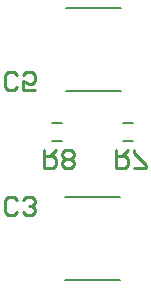
<source format=gbo>
G04*
G04 #@! TF.GenerationSoftware,Altium Limited,Altium Designer,18.1.9 (240)*
G04*
G04 Layer_Color=32896*
%FSLAX25Y25*%
%MOIN*%
G70*
G01*
G75*
%ADD10C,0.01000*%
%ADD12C,0.00787*%
D10*
X66732Y158425D02*
Y152427D01*
X69731D01*
X70731Y153427D01*
Y155426D01*
X69731Y156426D01*
X66732D01*
X68732D02*
X70731Y158425D01*
X72730Y153427D02*
X73730Y152427D01*
X75729D01*
X76729Y153427D01*
Y154427D01*
X75729Y155426D01*
X76729Y156426D01*
Y157425D01*
X75729Y158425D01*
X73730D01*
X72730Y157425D01*
Y156426D01*
X73730Y155426D01*
X72730Y154427D01*
Y153427D01*
X73730Y155426D02*
X75729D01*
X90748Y158425D02*
Y152427D01*
X93747D01*
X94747Y153427D01*
Y155426D01*
X93747Y156426D01*
X90748D01*
X92747D02*
X94747Y158425D01*
X96746Y152427D02*
X100745D01*
Y153427D01*
X96746Y157425D01*
Y158425D01*
X57739Y179411D02*
X56739Y178411D01*
X54740D01*
X53740Y179411D01*
Y183410D01*
X54740Y184409D01*
X56739D01*
X57739Y183410D01*
X63737Y178411D02*
X59738D01*
Y181410D01*
X61738Y180411D01*
X62737D01*
X63737Y181410D01*
Y183410D01*
X62737Y184409D01*
X60738D01*
X59738Y183410D01*
X57739Y137679D02*
X56739Y136679D01*
X54740D01*
X53740Y137679D01*
Y141677D01*
X54740Y142677D01*
X56739D01*
X57739Y141677D01*
X59738Y137679D02*
X60738Y136679D01*
X62737D01*
X63737Y137679D01*
Y138679D01*
X62737Y139678D01*
X61738D01*
X62737D01*
X63737Y140678D01*
Y141677D01*
X62737Y142677D01*
X60738D01*
X59738Y141677D01*
D12*
X74185Y178110D02*
X92295D01*
X74185Y205669D02*
X92295D01*
X69488Y161378D02*
X72638D01*
X69488Y167283D02*
X72638D01*
X73819Y115118D02*
X91929D01*
X73819Y142677D02*
X91929D01*
X93110Y161378D02*
X96260D01*
X93110Y167283D02*
X96260D01*
M02*

</source>
